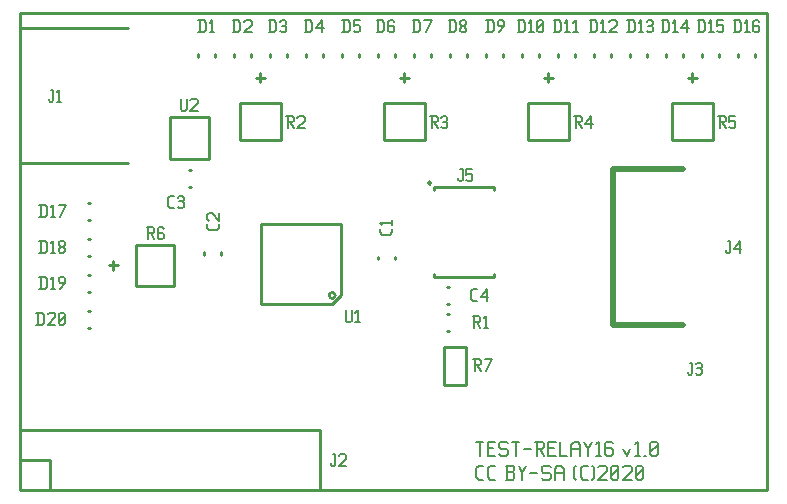
<source format=gbr>
G04 start of page 8 for group -4079 idx -4079 *
G04 Title: (unknown), topsilk *
G04 Creator: pcb 20140316 *
G04 CreationDate: Mon 17 Feb 2020 04:19:00 AM GMT UTC *
G04 For: railfan *
G04 Format: Gerber/RS-274X *
G04 PCB-Dimensions (mil): 2500.00 1600.00 *
G04 PCB-Coordinate-Origin: lower left *
%MOIN*%
%FSLAX25Y25*%
%LNTOPSILK*%
%ADD76C,0.0200*%
%ADD75C,0.0080*%
%ADD74C,0.0100*%
G54D74*X249500Y500D02*X500D01*
Y159500D02*X249500D01*
Y500D01*
X79000Y138000D02*X82000D01*
X500Y500D02*Y159500D01*
X30000Y75500D02*X33000D01*
X31500Y77000D02*Y74000D01*
X80500Y139500D02*Y136500D01*
X127000Y138000D02*X130000D01*
X128500Y139500D02*Y136500D01*
X175000Y138000D02*X178000D01*
X176500Y139500D02*Y136500D01*
X223000Y138000D02*X226000D01*
X224500Y139500D02*Y136500D01*
G54D75*X152500Y16810D02*X154880D01*
X153690D02*Y12050D01*
X156308Y14668D02*X158093D01*
X156308Y12050D02*X158688D01*
X156308Y16810D02*Y12050D01*
Y16810D02*X158688D01*
X162496D02*X163091Y16215D01*
X160711Y16810D02*X162496D01*
X160116Y16215D02*X160711Y16810D01*
X160116Y16215D02*Y15025D01*
X160711Y14430D01*
X162496D01*
X163091Y13835D01*
Y12645D01*
X162496Y12050D02*X163091Y12645D01*
X160711Y12050D02*X162496D01*
X160116Y12645D02*X160711Y12050D01*
X164519Y16810D02*X166899D01*
X165709D02*Y12050D01*
X168327Y14430D02*X170707D01*
X172135Y16810D02*X174515D01*
X175110Y16215D01*
Y15025D01*
X174515Y14430D02*X175110Y15025D01*
X172730Y14430D02*X174515D01*
X172730Y16810D02*Y12050D01*
X173682Y14430D02*X175110Y12050D01*
X176538Y14668D02*X178323D01*
X176538Y12050D02*X178918D01*
X176538Y16810D02*Y12050D01*
Y16810D02*X178918D01*
X180346D02*Y12050D01*
X182726D01*
X184154Y15620D02*Y12050D01*
Y15620D02*X184987Y16810D01*
X186296D01*
X187129Y15620D01*
Y12050D01*
X184154Y14430D02*X187129D01*
X188557Y16810D02*X189747Y14430D01*
X190937Y16810D01*
X189747Y14430D02*Y12050D01*
X192365Y15858D02*X193317Y16810D01*
Y12050D01*
X192365D02*X194150D01*
X197363Y16810D02*X197958Y16215D01*
X196173Y16810D02*X197363D01*
X195578Y16215D02*X196173Y16810D01*
X195578Y16215D02*Y12645D01*
X196173Y12050D01*
X197363Y14668D02*X197958Y14073D01*
X195578Y14668D02*X197363D01*
X196173Y12050D02*X197363D01*
X197958Y12645D01*
Y14073D02*Y12645D01*
X201528Y14430D02*X202718Y12050D01*
X203908Y14430D02*X202718Y12050D01*
X205336Y15858D02*X206288Y16810D01*
Y12050D01*
X205336D02*X207121D01*
X208549D02*X209144D01*
X210572Y12645D02*X211167Y12050D01*
X210572Y16215D02*Y12645D01*
Y16215D02*X211167Y16810D01*
X212357D01*
X212952Y16215D01*
Y12645D01*
X212357Y12050D02*X212952Y12645D01*
X211167Y12050D02*X212357D01*
X210572Y13240D02*X212952Y15620D01*
X153333Y4050D02*X154880D01*
X152500Y4883D02*X153333Y4050D01*
X152500Y7977D02*Y4883D01*
Y7977D02*X153333Y8810D01*
X154880D01*
X157141Y4050D02*X158688D01*
X156308Y4883D02*X157141Y4050D01*
X156308Y7977D02*Y4883D01*
Y7977D02*X157141Y8810D01*
X158688D01*
X162258Y4050D02*X164638D01*
X165233Y4645D01*
Y6073D02*Y4645D01*
X164638Y6668D02*X165233Y6073D01*
X162853Y6668D02*X164638D01*
X162853Y8810D02*Y4050D01*
X162258Y8810D02*X164638D01*
X165233Y8215D01*
Y7263D01*
X164638Y6668D02*X165233Y7263D01*
X166661Y8810D02*X167851Y6430D01*
X169041Y8810D01*
X167851Y6430D02*Y4050D01*
X170469Y6430D02*X172849D01*
X176657Y8810D02*X177252Y8215D01*
X174872Y8810D02*X176657D01*
X174277Y8215D02*X174872Y8810D01*
X174277Y8215D02*Y7025D01*
X174872Y6430D01*
X176657D01*
X177252Y5835D01*
Y4645D01*
X176657Y4050D02*X177252Y4645D01*
X174872Y4050D02*X176657D01*
X174277Y4645D02*X174872Y4050D01*
X178680Y7620D02*Y4050D01*
Y7620D02*X179513Y8810D01*
X180822D01*
X181655Y7620D01*
Y4050D01*
X178680Y6430D02*X181655D01*
X185225Y4645D02*X185820Y4050D01*
X185225Y8215D02*X185820Y8810D01*
X185225Y8215D02*Y4645D01*
X188081Y4050D02*X189628D01*
X187248Y4883D02*X188081Y4050D01*
X187248Y7977D02*Y4883D01*
Y7977D02*X188081Y8810D01*
X189628D01*
X191056D02*X191651Y8215D01*
Y4645D01*
X191056Y4050D02*X191651Y4645D01*
X193079Y8215D02*X193674Y8810D01*
X195459D01*
X196054Y8215D01*
Y7025D01*
X193079Y4050D02*X196054Y7025D01*
X193079Y4050D02*X196054D01*
X197482Y4645D02*X198077Y4050D01*
X197482Y8215D02*Y4645D01*
Y8215D02*X198077Y8810D01*
X199267D01*
X199862Y8215D01*
Y4645D01*
X199267Y4050D02*X199862Y4645D01*
X198077Y4050D02*X199267D01*
X197482Y5240D02*X199862Y7620D01*
X201290Y8215D02*X201885Y8810D01*
X203670D01*
X204265Y8215D01*
Y7025D01*
X201290Y4050D02*X204265Y7025D01*
X201290Y4050D02*X204265D01*
X205693Y4645D02*X206288Y4050D01*
X205693Y8215D02*Y4645D01*
Y8215D02*X206288Y8810D01*
X207478D01*
X208073Y8215D01*
Y4645D01*
X207478Y4050D02*X208073Y4645D01*
X206288Y4050D02*X207478D01*
X205693Y5240D02*X208073Y7620D01*
G54D74*X138500Y101500D02*X158500D01*
Y71500D02*X138500D01*
X158500Y101500D02*Y100500D01*
Y71500D02*Y72500D01*
X138500Y71500D02*Y72500D01*
Y101500D02*Y100500D01*
X136500Y103000D02*G75*G03X136500Y103000I500J0D01*G01*
X149241Y48299D02*Y35701D01*
X141759D02*X149241D01*
X141759Y48299D02*Y35701D01*
Y48299D02*X149241D01*
X80621Y62621D02*X104479D01*
X80621Y89379D02*Y62621D01*
Y89379D02*X107379D01*
Y65521D01*
X104479Y62621D01*
X105479Y65521D02*G75*G03X105479Y65521I-1000J0D01*G01*
X125255Y78393D02*Y77607D01*
X119745Y78393D02*Y77607D01*
X142607Y68255D02*X143393D01*
X142607Y62745D02*X143393D01*
X142607Y59255D02*X143393D01*
X142607Y53745D02*X143393D01*
X500Y500D02*X100500D01*
Y20500D02*Y500D01*
X500Y20500D02*X100500D01*
X500D02*Y500D01*
X10500Y10500D02*Y500D01*
X500Y10500D02*X10500D01*
X39201Y68610D02*X51799D01*
X39201Y82390D02*Y68610D01*
Y82390D02*X51799D01*
Y68610D01*
X23107Y60255D02*X23893D01*
X23107Y54745D02*X23893D01*
X23107Y72255D02*X23893D01*
X23107Y66745D02*X23893D01*
X67255Y79893D02*Y79107D01*
X61745Y79893D02*Y79107D01*
X500Y154500D02*Y109500D01*
Y154500D02*X36500D01*
X500Y109500D02*X36500D01*
X23107Y84255D02*X23893D01*
X23107Y78745D02*X23893D01*
X23107Y96255D02*X23893D01*
X23107Y90745D02*X23893D01*
X56650Y101745D02*X57436D01*
X56650Y107255D02*X57436D01*
X50500Y125000D02*Y111100D01*
X63300D01*
Y125000D01*
X50500D01*
X73610Y129799D02*Y117201D01*
Y129799D02*X87390D01*
Y117201D01*
X73610D02*X87390D01*
X65255Y145893D02*Y145107D01*
X59745Y145893D02*Y145107D01*
X77255Y145893D02*Y145107D01*
X71745Y145893D02*Y145107D01*
X89255Y145893D02*Y145107D01*
X83745Y145893D02*Y145107D01*
X101255Y145893D02*Y145107D01*
X95745Y145893D02*Y145107D01*
X113255Y145893D02*Y145107D01*
X107745Y145893D02*Y145107D01*
X125255Y145893D02*Y145107D01*
X119745Y145893D02*Y145107D01*
X121610Y129799D02*Y117201D01*
Y129799D02*X135390D01*
Y117201D01*
X121610D02*X135390D01*
X169610Y129799D02*Y117201D01*
Y129799D02*X183390D01*
Y117201D01*
X169610D02*X183390D01*
X137255Y145893D02*Y145107D01*
X131745Y145893D02*Y145107D01*
X149255Y145893D02*Y145107D01*
X143745Y145893D02*Y145107D01*
X161255Y145893D02*Y145107D01*
X155745Y145893D02*Y145107D01*
X173255Y145893D02*Y145107D01*
X167745Y145893D02*Y145107D01*
X185255Y145893D02*Y145107D01*
X179745Y145893D02*Y145107D01*
X197255Y145893D02*Y145107D01*
X191745Y145893D02*Y145107D01*
X209255Y145893D02*Y145107D01*
X203745Y145893D02*Y145107D01*
X221255Y145893D02*Y145107D01*
X215745Y145893D02*Y145107D01*
X233255Y145893D02*Y145107D01*
X227745Y145893D02*Y145107D01*
X245255Y145893D02*Y145107D01*
X239745Y145893D02*Y145107D01*
X217610Y129799D02*Y117201D01*
Y129799D02*X231390D01*
Y117201D01*
X217610D02*X231390D01*
G54D76*X198200Y107500D02*X221500D01*
X198200Y55500D02*X221500D01*
X198200Y107500D02*Y55500D01*
G54D75*X147200Y107500D02*X148000D01*
Y104000D01*
X147500Y103500D02*X148000Y104000D01*
X147000Y103500D02*X147500D01*
X146500Y104000D02*X147000Y103500D01*
X146500Y104500D02*Y104000D01*
X149200Y107500D02*X151200D01*
X149200D02*Y105500D01*
X149700Y106000D01*
X150700D01*
X151200Y105500D01*
Y104000D01*
X150700Y103500D02*X151200Y104000D01*
X149700Y103500D02*X150700D01*
X149200Y104000D02*X149700Y103500D01*
X124350Y87807D02*Y86507D01*
X123650Y85807D02*X124350Y86507D01*
X121050Y85807D02*X123650D01*
X121050D02*X120350Y86507D01*
Y87807D02*Y86507D01*
X121150Y89007D02*X120350Y89807D01*
X124350D01*
Y90507D02*Y89007D01*
X137152Y125224D02*X139152D01*
X139652Y124724D01*
Y123724D01*
X139152Y123224D02*X139652Y123724D01*
X137652Y123224D02*X139152D01*
X137652Y125224D02*Y121224D01*
X138452Y123224D02*X139652Y121224D01*
X140852Y124724D02*X141352Y125224D01*
X142352D01*
X142852Y124724D01*
X142352Y121224D02*X142852Y121724D01*
X141352Y121224D02*X142352D01*
X140852Y121724D02*X141352Y121224D01*
Y123424D02*X142352D01*
X142852Y124724D02*Y123924D01*
Y122924D02*Y121724D01*
Y122924D02*X142352Y123424D01*
X142852Y123924D02*X142352Y123424D01*
X185152Y125224D02*X187152D01*
X187652Y124724D01*
Y123724D01*
X187152Y123224D02*X187652Y123724D01*
X185652Y123224D02*X187152D01*
X185652Y125224D02*Y121224D01*
X186452Y123224D02*X187652Y121224D01*
X188852Y122724D02*X190852Y125224D01*
X188852Y122724D02*X191352D01*
X190852Y125224D02*Y121224D01*
X233152Y125224D02*X235152D01*
X235652Y124724D01*
Y123724D01*
X235152Y123224D02*X235652Y123724D01*
X233652Y123224D02*X235152D01*
X233652Y125224D02*Y121224D01*
X234452Y123224D02*X235652Y121224D01*
X236852Y125224D02*X238852D01*
X236852D02*Y123224D01*
X237352Y123724D01*
X238352D01*
X238852Y123224D01*
Y121724D01*
X238352Y121224D02*X238852Y121724D01*
X237352Y121224D02*X238352D01*
X236852Y121724D02*X237352Y121224D01*
X236357Y83500D02*X237157D01*
Y80000D01*
X236657Y79500D02*X237157Y80000D01*
X236157Y79500D02*X236657D01*
X235657Y80000D02*X236157Y79500D01*
X235657Y80500D02*Y80000D01*
X238357Y81000D02*X240357Y83500D01*
X238357Y81000D02*X240857D01*
X240357Y83500D02*Y79500D01*
X223700Y43000D02*X224500D01*
Y39500D01*
X224000Y39000D02*X224500Y39500D01*
X223500Y39000D02*X224000D01*
X223000Y39500D02*X223500Y39000D01*
X223000Y40000D02*Y39500D01*
X225700Y42500D02*X226200Y43000D01*
X227200D01*
X227700Y42500D01*
X227200Y39000D02*X227700Y39500D01*
X226200Y39000D02*X227200D01*
X225700Y39500D02*X226200Y39000D01*
Y41200D02*X227200D01*
X227700Y42500D02*Y41700D01*
Y40700D02*Y39500D01*
Y40700D02*X227200Y41200D01*
X227700Y41700D02*X227200Y41200D01*
X151577Y44227D02*X153577D01*
X154077Y43727D01*
Y42727D01*
X153577Y42227D02*X154077Y42727D01*
X152077Y42227D02*X153577D01*
X152077Y44227D02*Y40227D01*
X152877Y42227D02*X154077Y40227D01*
X155777D02*X157777Y44227D01*
X155277D02*X157777D01*
X109000Y60500D02*Y57000D01*
X109500Y56500D01*
X110500D01*
X111000Y57000D01*
Y60500D02*Y57000D01*
X112200Y59700D02*X113000Y60500D01*
Y56500D01*
X112200D02*X113700D01*
X104700Y12500D02*X105500D01*
Y9000D01*
X105000Y8500D02*X105500Y9000D01*
X104500Y8500D02*X105000D01*
X104000Y9000D02*X104500Y8500D01*
X104000Y9500D02*Y9000D01*
X106700Y12000D02*X107200Y12500D01*
X108700D01*
X109200Y12000D01*
Y11000D01*
X106700Y8500D02*X109200Y11000D01*
X106700Y8500D02*X109200D01*
X151550Y63650D02*X152850D01*
X150850Y64350D02*X151550Y63650D01*
X150850Y66950D02*Y64350D01*
Y66950D02*X151550Y67650D01*
X152850D01*
X154050Y65150D02*X156050Y67650D01*
X154050Y65150D02*X156550D01*
X156050Y67650D02*Y63650D01*
X151350Y58650D02*X153350D01*
X153850Y58150D01*
Y57150D01*
X153350Y56650D02*X153850Y57150D01*
X151850Y56650D02*X153350D01*
X151850Y58650D02*Y54650D01*
X152650Y56650D02*X153850Y54650D01*
X155050Y57850D02*X155850Y58650D01*
Y54650D01*
X155050D02*X156550D01*
X50507Y94650D02*X51807D01*
X49807Y95350D02*X50507Y94650D01*
X49807Y97950D02*Y95350D01*
Y97950D02*X50507Y98650D01*
X51807D01*
X53007Y98150D02*X53507Y98650D01*
X54507D01*
X55007Y98150D01*
X54507Y94650D02*X55007Y95150D01*
X53507Y94650D02*X54507D01*
X53007Y95150D02*X53507Y94650D01*
Y96850D02*X54507D01*
X55007Y98150D02*Y97350D01*
Y96350D02*Y95150D01*
Y96350D02*X54507Y96850D01*
X55007Y97350D02*X54507Y96850D01*
X54000Y131000D02*Y127500D01*
X54500Y127000D01*
X55500D01*
X56000Y127500D01*
Y131000D02*Y127500D01*
X57200Y130500D02*X57700Y131000D01*
X59200D01*
X59700Y130500D01*
Y129500D01*
X57200Y127000D02*X59700Y129500D01*
X57200Y127000D02*X59700D01*
X10700Y134000D02*X11500D01*
Y130500D01*
X11000Y130000D02*X11500Y130500D01*
X10500Y130000D02*X11000D01*
X10000Y130500D02*X10500Y130000D01*
X10000Y131000D02*Y130500D01*
X12700Y133200D02*X13500Y134000D01*
Y130000D01*
X12700D02*X14200D01*
X89152Y125224D02*X91152D01*
X91652Y124724D01*
Y123724D01*
X91152Y123224D02*X91652Y123724D01*
X89652Y123224D02*X91152D01*
X89652Y125224D02*Y121224D01*
X90452Y123224D02*X91652Y121224D01*
X92852Y124724D02*X93352Y125224D01*
X94852D01*
X95352Y124724D01*
Y123724D01*
X92852Y121224D02*X95352Y123724D01*
X92852Y121224D02*X95352D01*
X42652Y88224D02*X44652D01*
X45152Y87724D01*
Y86724D01*
X44652Y86224D02*X45152Y86724D01*
X43152Y86224D02*X44652D01*
X43152Y88224D02*Y84224D01*
X43952Y86224D02*X45152Y84224D01*
X47852Y88224D02*X48352Y87724D01*
X46852Y88224D02*X47852D01*
X46352Y87724D02*X46852Y88224D01*
X46352Y87724D02*Y84724D01*
X46852Y84224D01*
X47852Y86424D02*X48352Y85924D01*
X46352Y86424D02*X47852D01*
X46852Y84224D02*X47852D01*
X48352Y84724D01*
Y85924D02*Y84724D01*
X66850Y89264D02*Y87964D01*
X66150Y87264D02*X66850Y87964D01*
X63550Y87264D02*X66150D01*
X63550D02*X62850Y87964D01*
Y89264D02*Y87964D01*
X63350Y90464D02*X62850Y90964D01*
Y92464D02*Y90964D01*
Y92464D02*X63350Y92964D01*
X64350D01*
X66850Y90464D02*X64350Y92964D01*
X66850D02*Y90464D01*
X6393Y59693D02*Y55693D01*
X7693Y59693D02*X8393Y58993D01*
Y56393D01*
X7693Y55693D02*X8393Y56393D01*
X5893Y55693D02*X7693D01*
X5893Y59693D02*X7693D01*
X9593Y59193D02*X10093Y59693D01*
X11593D01*
X12093Y59193D01*
Y58193D01*
X9593Y55693D02*X12093Y58193D01*
X9593Y55693D02*X12093D01*
X13293Y56193D02*X13793Y55693D01*
X13293Y59193D02*Y56193D01*
Y59193D02*X13793Y59693D01*
X14793D01*
X15293Y59193D01*
Y56193D01*
X14793Y55693D02*X15293Y56193D01*
X13793Y55693D02*X14793D01*
X13293Y56693D02*X15293Y58693D01*
X7393Y71693D02*Y67693D01*
X8693Y71693D02*X9393Y70993D01*
Y68393D01*
X8693Y67693D02*X9393Y68393D01*
X6893Y67693D02*X8693D01*
X6893Y71693D02*X8693D01*
X10593Y70893D02*X11393Y71693D01*
Y67693D01*
X10593D02*X12093D01*
X13793D02*X15293Y69693D01*
Y71193D02*Y69693D01*
X14793Y71693D02*X15293Y71193D01*
X13793Y71693D02*X14793D01*
X13293Y71193D02*X13793Y71693D01*
X13293Y71193D02*Y70193D01*
X13793Y69693D01*
X15293D01*
X7393Y83693D02*Y79693D01*
X8693Y83693D02*X9393Y82993D01*
Y80393D01*
X8693Y79693D02*X9393Y80393D01*
X6893Y79693D02*X8693D01*
X6893Y83693D02*X8693D01*
X10593Y82893D02*X11393Y83693D01*
Y79693D01*
X10593D02*X12093D01*
X13293Y80193D02*X13793Y79693D01*
X13293Y80993D02*Y80193D01*
Y80993D02*X13993Y81693D01*
X14593D01*
X15293Y80993D01*
Y80193D01*
X14793Y79693D02*X15293Y80193D01*
X13793Y79693D02*X14793D01*
X13293Y82393D02*X13993Y81693D01*
X13293Y83193D02*Y82393D01*
Y83193D02*X13793Y83693D01*
X14793D01*
X15293Y83193D01*
Y82393D01*
X14593Y81693D02*X15293Y82393D01*
X7393Y95693D02*Y91693D01*
X8693Y95693D02*X9393Y94993D01*
Y92393D01*
X8693Y91693D02*X9393Y92393D01*
X6893Y91693D02*X8693D01*
X6893Y95693D02*X8693D01*
X10593Y94893D02*X11393Y95693D01*
Y91693D01*
X10593D02*X12093D01*
X13793D02*X15793Y95693D01*
X13293D02*X15793D01*
X60393Y157193D02*Y153193D01*
X61693Y157193D02*X62393Y156493D01*
Y153893D01*
X61693Y153193D02*X62393Y153893D01*
X59893Y153193D02*X61693D01*
X59893Y157193D02*X61693D01*
X63593Y156393D02*X64393Y157193D01*
Y153193D01*
X63593D02*X65093D01*
X71893Y157193D02*Y153193D01*
X73193Y157193D02*X73893Y156493D01*
Y153893D01*
X73193Y153193D02*X73893Y153893D01*
X71393Y153193D02*X73193D01*
X71393Y157193D02*X73193D01*
X75093Y156693D02*X75593Y157193D01*
X77093D01*
X77593Y156693D01*
Y155693D01*
X75093Y153193D02*X77593Y155693D01*
X75093Y153193D02*X77593D01*
X83893Y157193D02*Y153193D01*
X85193Y157193D02*X85893Y156493D01*
Y153893D01*
X85193Y153193D02*X85893Y153893D01*
X83393Y153193D02*X85193D01*
X83393Y157193D02*X85193D01*
X87093Y156693D02*X87593Y157193D01*
X88593D01*
X89093Y156693D01*
X88593Y153193D02*X89093Y153693D01*
X87593Y153193D02*X88593D01*
X87093Y153693D02*X87593Y153193D01*
Y155393D02*X88593D01*
X89093Y156693D02*Y155893D01*
Y154893D02*Y153693D01*
Y154893D02*X88593Y155393D01*
X89093Y155893D02*X88593Y155393D01*
X95893Y157193D02*Y153193D01*
X97193Y157193D02*X97893Y156493D01*
Y153893D01*
X97193Y153193D02*X97893Y153893D01*
X95393Y153193D02*X97193D01*
X95393Y157193D02*X97193D01*
X99093Y154693D02*X101093Y157193D01*
X99093Y154693D02*X101593D01*
X101093Y157193D02*Y153193D01*
X108393Y157193D02*Y153193D01*
X109693Y157193D02*X110393Y156493D01*
Y153893D01*
X109693Y153193D02*X110393Y153893D01*
X107893Y153193D02*X109693D01*
X107893Y157193D02*X109693D01*
X111593D02*X113593D01*
X111593D02*Y155193D01*
X112093Y155693D01*
X113093D01*
X113593Y155193D01*
Y153693D01*
X113093Y153193D02*X113593Y153693D01*
X112093Y153193D02*X113093D01*
X111593Y153693D02*X112093Y153193D01*
X119893Y157193D02*Y153193D01*
X121193Y157193D02*X121893Y156493D01*
Y153893D01*
X121193Y153193D02*X121893Y153893D01*
X119393Y153193D02*X121193D01*
X119393Y157193D02*X121193D01*
X124593D02*X125093Y156693D01*
X123593Y157193D02*X124593D01*
X123093Y156693D02*X123593Y157193D01*
X123093Y156693D02*Y153693D01*
X123593Y153193D01*
X124593Y155393D02*X125093Y154893D01*
X123093Y155393D02*X124593D01*
X123593Y153193D02*X124593D01*
X125093Y153693D01*
Y154893D02*Y153693D01*
X131893Y157193D02*Y153193D01*
X133193Y157193D02*X133893Y156493D01*
Y153893D01*
X133193Y153193D02*X133893Y153893D01*
X131393Y153193D02*X133193D01*
X131393Y157193D02*X133193D01*
X135593Y153193D02*X137593Y157193D01*
X135093D02*X137593D01*
X143893D02*Y153193D01*
X145193Y157193D02*X145893Y156493D01*
Y153893D01*
X145193Y153193D02*X145893Y153893D01*
X143393Y153193D02*X145193D01*
X143393Y157193D02*X145193D01*
X147093Y153693D02*X147593Y153193D01*
X147093Y154493D02*Y153693D01*
Y154493D02*X147793Y155193D01*
X148393D01*
X149093Y154493D01*
Y153693D01*
X148593Y153193D02*X149093Y153693D01*
X147593Y153193D02*X148593D01*
X147093Y155893D02*X147793Y155193D01*
X147093Y156693D02*Y155893D01*
Y156693D02*X147593Y157193D01*
X148593D01*
X149093Y156693D01*
Y155893D01*
X148393Y155193D02*X149093Y155893D01*
X156393Y157193D02*Y153193D01*
X157693Y157193D02*X158393Y156493D01*
Y153893D01*
X157693Y153193D02*X158393Y153893D01*
X155893Y153193D02*X157693D01*
X155893Y157193D02*X157693D01*
X160093Y153193D02*X161593Y155193D01*
Y156693D02*Y155193D01*
X161093Y157193D02*X161593Y156693D01*
X160093Y157193D02*X161093D01*
X159593Y156693D02*X160093Y157193D01*
X159593Y156693D02*Y155693D01*
X160093Y155193D01*
X161593D01*
X166893Y157193D02*Y153193D01*
X168193Y157193D02*X168893Y156493D01*
Y153893D01*
X168193Y153193D02*X168893Y153893D01*
X166393Y153193D02*X168193D01*
X166393Y157193D02*X168193D01*
X170093Y156393D02*X170893Y157193D01*
Y153193D01*
X170093D02*X171593D01*
X172793Y153693D02*X173293Y153193D01*
X172793Y156693D02*Y153693D01*
Y156693D02*X173293Y157193D01*
X174293D01*
X174793Y156693D01*
Y153693D01*
X174293Y153193D02*X174793Y153693D01*
X173293Y153193D02*X174293D01*
X172793Y154193D02*X174793Y156193D01*
X178893Y157193D02*Y153193D01*
X180193Y157193D02*X180893Y156493D01*
Y153893D01*
X180193Y153193D02*X180893Y153893D01*
X178393Y153193D02*X180193D01*
X178393Y157193D02*X180193D01*
X182093Y156393D02*X182893Y157193D01*
Y153193D01*
X182093D02*X183593D01*
X184793Y156393D02*X185593Y157193D01*
Y153193D01*
X184793D02*X186293D01*
X190893Y157193D02*Y153193D01*
X192193Y157193D02*X192893Y156493D01*
Y153893D01*
X192193Y153193D02*X192893Y153893D01*
X190393Y153193D02*X192193D01*
X190393Y157193D02*X192193D01*
X194093Y156393D02*X194893Y157193D01*
Y153193D01*
X194093D02*X195593D01*
X196793Y156693D02*X197293Y157193D01*
X198793D01*
X199293Y156693D01*
Y155693D01*
X196793Y153193D02*X199293Y155693D01*
X196793Y153193D02*X199293D01*
X203393Y157193D02*Y153193D01*
X204693Y157193D02*X205393Y156493D01*
Y153893D01*
X204693Y153193D02*X205393Y153893D01*
X202893Y153193D02*X204693D01*
X202893Y157193D02*X204693D01*
X206593Y156393D02*X207393Y157193D01*
Y153193D01*
X206593D02*X208093D01*
X209293Y156693D02*X209793Y157193D01*
X210793D01*
X211293Y156693D01*
X210793Y153193D02*X211293Y153693D01*
X209793Y153193D02*X210793D01*
X209293Y153693D02*X209793Y153193D01*
Y155393D02*X210793D01*
X211293Y156693D02*Y155893D01*
Y154893D02*Y153693D01*
Y154893D02*X210793Y155393D01*
X211293Y155893D02*X210793Y155393D01*
X214893Y157193D02*Y153193D01*
X216193Y157193D02*X216893Y156493D01*
Y153893D01*
X216193Y153193D02*X216893Y153893D01*
X214393Y153193D02*X216193D01*
X214393Y157193D02*X216193D01*
X218093Y156393D02*X218893Y157193D01*
Y153193D01*
X218093D02*X219593D01*
X220793Y154693D02*X222793Y157193D01*
X220793Y154693D02*X223293D01*
X222793Y157193D02*Y153193D01*
X226893Y157193D02*Y153193D01*
X228193Y157193D02*X228893Y156493D01*
Y153893D01*
X228193Y153193D02*X228893Y153893D01*
X226393Y153193D02*X228193D01*
X226393Y157193D02*X228193D01*
X230093Y156393D02*X230893Y157193D01*
Y153193D01*
X230093D02*X231593D01*
X232793Y157193D02*X234793D01*
X232793D02*Y155193D01*
X233293Y155693D01*
X234293D01*
X234793Y155193D01*
Y153693D01*
X234293Y153193D02*X234793Y153693D01*
X233293Y153193D02*X234293D01*
X232793Y153693D02*X233293Y153193D01*
X238893Y157193D02*Y153193D01*
X240193Y157193D02*X240893Y156493D01*
Y153893D01*
X240193Y153193D02*X240893Y153893D01*
X238393Y153193D02*X240193D01*
X238393Y157193D02*X240193D01*
X242093Y156393D02*X242893Y157193D01*
Y153193D01*
X242093D02*X243593D01*
X246293Y157193D02*X246793Y156693D01*
X245293Y157193D02*X246293D01*
X244793Y156693D02*X245293Y157193D01*
X244793Y156693D02*Y153693D01*
X245293Y153193D01*
X246293Y155393D02*X246793Y154893D01*
X244793Y155393D02*X246293D01*
X245293Y153193D02*X246293D01*
X246793Y153693D01*
Y154893D02*Y153693D01*
M02*

</source>
